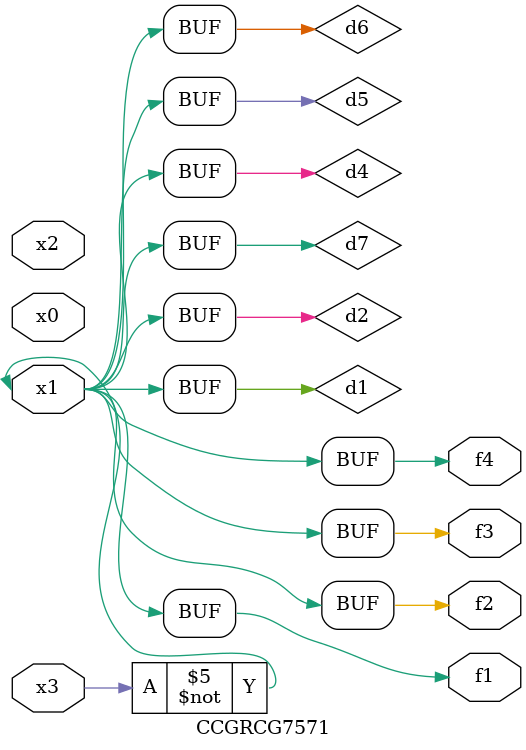
<source format=v>
module CCGRCG7571(
	input x0, x1, x2, x3,
	output f1, f2, f3, f4
);

	wire d1, d2, d3, d4, d5, d6, d7;

	not (d1, x3);
	buf (d2, x1);
	xnor (d3, d1, d2);
	nor (d4, d1);
	buf (d5, d1, d2);
	buf (d6, d4, d5);
	nand (d7, d4);
	assign f1 = d6;
	assign f2 = d7;
	assign f3 = d6;
	assign f4 = d6;
endmodule

</source>
